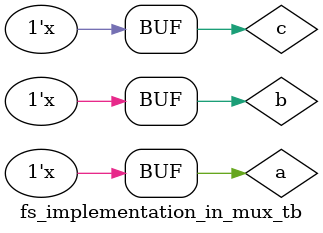
<source format=v>
module fs_implementation_in_mux_dut (
    input a,b,c,output diff,barrow
);
    assign diff= b?(a?c:~c):(a?~c:c);
    //assign diff=~a&~b&c |~a&b&~c |a&~b&c|a&b&c;
    assign barrow= b?(a?c:1):(a?0:c);
    //assign 
endmodule

module fs_implementation_in_mux_tb (
    
);
  reg a,b,c; 
  wire diff,barrow; 

  fs_implementation_in_mux_dut a1(a,b,c,diff,barrow);
  initial begin
    a=0;b=0;c=0;
  end

  always #5 c=~c;
  always #10 b=~b;
  always #20 a=~a;
endmodule




</source>
